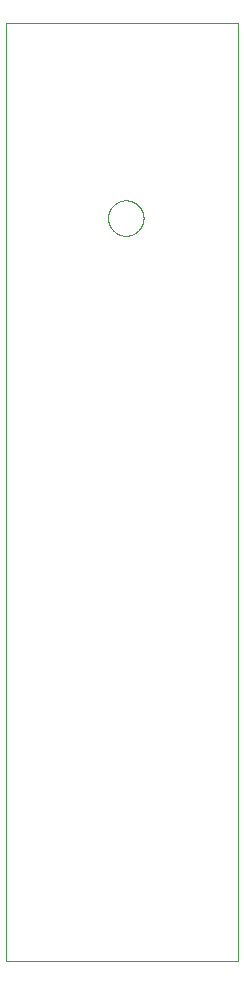
<source format=gbp>
G75*
%MOIN*%
%OFA0B0*%
%FSLAX25Y25*%
%IPPOS*%
%LPD*%
%AMOC8*
5,1,8,0,0,1.08239X$1,22.5*
%
%ADD10C,0.00000*%
D10*
X0186815Y0041250D02*
X0264315Y0041250D01*
X0264315Y0353750D01*
X0186815Y0353750D01*
X0186815Y0041250D01*
X0220909Y0288750D02*
X0220911Y0288903D01*
X0220917Y0289057D01*
X0220927Y0289210D01*
X0220941Y0289362D01*
X0220959Y0289515D01*
X0220981Y0289666D01*
X0221006Y0289817D01*
X0221036Y0289968D01*
X0221070Y0290118D01*
X0221107Y0290266D01*
X0221148Y0290414D01*
X0221193Y0290560D01*
X0221242Y0290706D01*
X0221295Y0290850D01*
X0221351Y0290992D01*
X0221411Y0291133D01*
X0221475Y0291273D01*
X0221542Y0291411D01*
X0221613Y0291547D01*
X0221688Y0291681D01*
X0221765Y0291813D01*
X0221847Y0291943D01*
X0221931Y0292071D01*
X0222019Y0292197D01*
X0222110Y0292320D01*
X0222204Y0292441D01*
X0222302Y0292559D01*
X0222402Y0292675D01*
X0222506Y0292788D01*
X0222612Y0292899D01*
X0222721Y0293007D01*
X0222833Y0293112D01*
X0222947Y0293213D01*
X0223065Y0293312D01*
X0223184Y0293408D01*
X0223306Y0293501D01*
X0223431Y0293590D01*
X0223558Y0293677D01*
X0223687Y0293759D01*
X0223818Y0293839D01*
X0223951Y0293915D01*
X0224086Y0293988D01*
X0224223Y0294057D01*
X0224362Y0294122D01*
X0224502Y0294184D01*
X0224644Y0294242D01*
X0224787Y0294297D01*
X0224932Y0294348D01*
X0225078Y0294395D01*
X0225225Y0294438D01*
X0225373Y0294477D01*
X0225522Y0294513D01*
X0225672Y0294544D01*
X0225823Y0294572D01*
X0225974Y0294596D01*
X0226127Y0294616D01*
X0226279Y0294632D01*
X0226432Y0294644D01*
X0226585Y0294652D01*
X0226738Y0294656D01*
X0226892Y0294656D01*
X0227045Y0294652D01*
X0227198Y0294644D01*
X0227351Y0294632D01*
X0227503Y0294616D01*
X0227656Y0294596D01*
X0227807Y0294572D01*
X0227958Y0294544D01*
X0228108Y0294513D01*
X0228257Y0294477D01*
X0228405Y0294438D01*
X0228552Y0294395D01*
X0228698Y0294348D01*
X0228843Y0294297D01*
X0228986Y0294242D01*
X0229128Y0294184D01*
X0229268Y0294122D01*
X0229407Y0294057D01*
X0229544Y0293988D01*
X0229679Y0293915D01*
X0229812Y0293839D01*
X0229943Y0293759D01*
X0230072Y0293677D01*
X0230199Y0293590D01*
X0230324Y0293501D01*
X0230446Y0293408D01*
X0230565Y0293312D01*
X0230683Y0293213D01*
X0230797Y0293112D01*
X0230909Y0293007D01*
X0231018Y0292899D01*
X0231124Y0292788D01*
X0231228Y0292675D01*
X0231328Y0292559D01*
X0231426Y0292441D01*
X0231520Y0292320D01*
X0231611Y0292197D01*
X0231699Y0292071D01*
X0231783Y0291943D01*
X0231865Y0291813D01*
X0231942Y0291681D01*
X0232017Y0291547D01*
X0232088Y0291411D01*
X0232155Y0291273D01*
X0232219Y0291133D01*
X0232279Y0290992D01*
X0232335Y0290850D01*
X0232388Y0290706D01*
X0232437Y0290560D01*
X0232482Y0290414D01*
X0232523Y0290266D01*
X0232560Y0290118D01*
X0232594Y0289968D01*
X0232624Y0289817D01*
X0232649Y0289666D01*
X0232671Y0289515D01*
X0232689Y0289362D01*
X0232703Y0289210D01*
X0232713Y0289057D01*
X0232719Y0288903D01*
X0232721Y0288750D01*
X0232719Y0288597D01*
X0232713Y0288443D01*
X0232703Y0288290D01*
X0232689Y0288138D01*
X0232671Y0287985D01*
X0232649Y0287834D01*
X0232624Y0287683D01*
X0232594Y0287532D01*
X0232560Y0287382D01*
X0232523Y0287234D01*
X0232482Y0287086D01*
X0232437Y0286940D01*
X0232388Y0286794D01*
X0232335Y0286650D01*
X0232279Y0286508D01*
X0232219Y0286367D01*
X0232155Y0286227D01*
X0232088Y0286089D01*
X0232017Y0285953D01*
X0231942Y0285819D01*
X0231865Y0285687D01*
X0231783Y0285557D01*
X0231699Y0285429D01*
X0231611Y0285303D01*
X0231520Y0285180D01*
X0231426Y0285059D01*
X0231328Y0284941D01*
X0231228Y0284825D01*
X0231124Y0284712D01*
X0231018Y0284601D01*
X0230909Y0284493D01*
X0230797Y0284388D01*
X0230683Y0284287D01*
X0230565Y0284188D01*
X0230446Y0284092D01*
X0230324Y0283999D01*
X0230199Y0283910D01*
X0230072Y0283823D01*
X0229943Y0283741D01*
X0229812Y0283661D01*
X0229679Y0283585D01*
X0229544Y0283512D01*
X0229407Y0283443D01*
X0229268Y0283378D01*
X0229128Y0283316D01*
X0228986Y0283258D01*
X0228843Y0283203D01*
X0228698Y0283152D01*
X0228552Y0283105D01*
X0228405Y0283062D01*
X0228257Y0283023D01*
X0228108Y0282987D01*
X0227958Y0282956D01*
X0227807Y0282928D01*
X0227656Y0282904D01*
X0227503Y0282884D01*
X0227351Y0282868D01*
X0227198Y0282856D01*
X0227045Y0282848D01*
X0226892Y0282844D01*
X0226738Y0282844D01*
X0226585Y0282848D01*
X0226432Y0282856D01*
X0226279Y0282868D01*
X0226127Y0282884D01*
X0225974Y0282904D01*
X0225823Y0282928D01*
X0225672Y0282956D01*
X0225522Y0282987D01*
X0225373Y0283023D01*
X0225225Y0283062D01*
X0225078Y0283105D01*
X0224932Y0283152D01*
X0224787Y0283203D01*
X0224644Y0283258D01*
X0224502Y0283316D01*
X0224362Y0283378D01*
X0224223Y0283443D01*
X0224086Y0283512D01*
X0223951Y0283585D01*
X0223818Y0283661D01*
X0223687Y0283741D01*
X0223558Y0283823D01*
X0223431Y0283910D01*
X0223306Y0283999D01*
X0223184Y0284092D01*
X0223065Y0284188D01*
X0222947Y0284287D01*
X0222833Y0284388D01*
X0222721Y0284493D01*
X0222612Y0284601D01*
X0222506Y0284712D01*
X0222402Y0284825D01*
X0222302Y0284941D01*
X0222204Y0285059D01*
X0222110Y0285180D01*
X0222019Y0285303D01*
X0221931Y0285429D01*
X0221847Y0285557D01*
X0221765Y0285687D01*
X0221688Y0285819D01*
X0221613Y0285953D01*
X0221542Y0286089D01*
X0221475Y0286227D01*
X0221411Y0286367D01*
X0221351Y0286508D01*
X0221295Y0286650D01*
X0221242Y0286794D01*
X0221193Y0286940D01*
X0221148Y0287086D01*
X0221107Y0287234D01*
X0221070Y0287382D01*
X0221036Y0287532D01*
X0221006Y0287683D01*
X0220981Y0287834D01*
X0220959Y0287985D01*
X0220941Y0288138D01*
X0220927Y0288290D01*
X0220917Y0288443D01*
X0220911Y0288597D01*
X0220909Y0288750D01*
M02*

</source>
